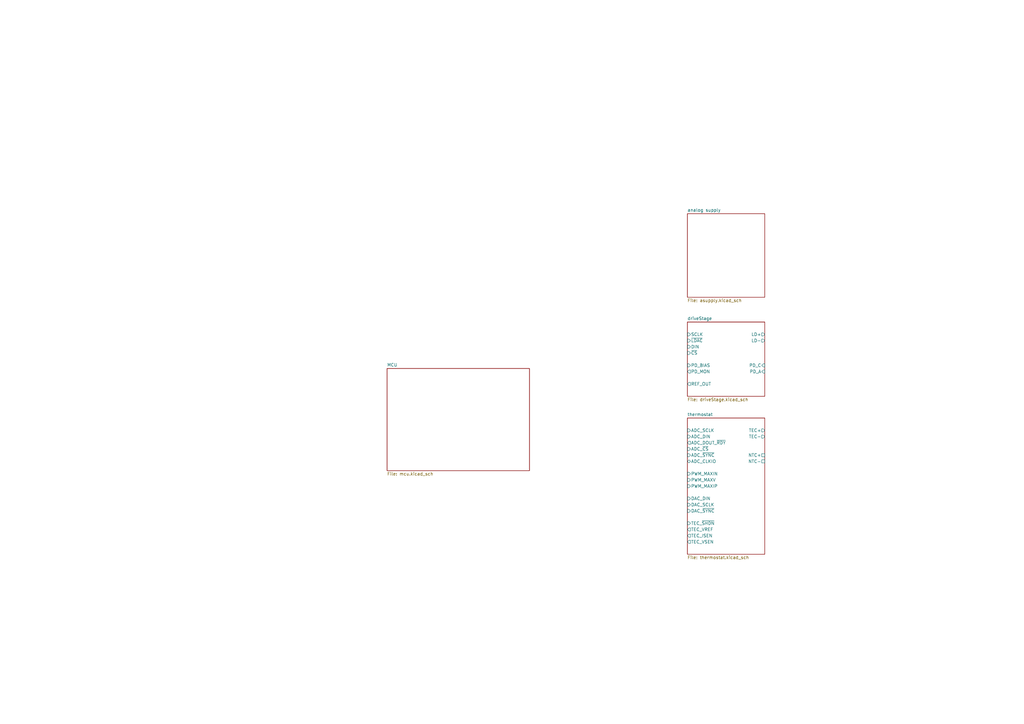
<source format=kicad_sch>
(kicad_sch (version 20211123) (generator eeschema)
  (paper "A3")
  (lib_symbols)
  (sheet (at 281.94 132.08) (size 31.75 30.48) (stroke (width 0.1524))
    (property "Sheet name" "driveStage" (at 281.94 131.3684 0) (effects (justify left bottom)))
    (property "Sheet file" "driveStage.kicad_sch" (at 281.94 163.1446 0) (effects (justify left top)))
    (pin "LD-" output (at 313.69 139.7 0))
    (pin "LD+" output (at 313.69 137.16 0))
    (pin "REF_OUT" output (at 281.94 157.48 180))
    (pin "SCLK" input (at 281.94 137.16 180))
    (pin "DIN" input (at 281.94 142.24 180))
    (pin "~{LDAC}" input (at 281.94 139.7 180))
    (pin "~{CS}" input (at 281.94 144.78 180))
    (pin "PD_A" input (at 313.69 152.4 0))
    (pin "PD_C" input (at 313.69 149.86 0))
    (pin "PD_BIAS" input (at 281.94 149.86 180))
    (pin "PD_MON" output (at 281.94 152.4 180))
  )
  (sheet (at 281.94 171.45) (size 31.75 55.88) (stroke (width 0.1524))
    (property "Sheet name" "thermostat" (at 281.94 170.7384 0) (effects (justify left bottom)))
    (property "Sheet file" "thermostat.kicad_sch" (at 281.94 227.9146 0) (effects (justify left top)))
    (pin "TEC-" output (at 313.69 179.07 0))
    (pin "TEC+" output (at 313.69 176.53 0))
    (pin "NTC-" passive (at 313.69 189.23 0))
    (pin "NTC+" passive (at 313.69 186.69 0))
    (pin "DAC_~{SYNC}" input (at 281.94 209.55 180))
    (pin "DAC_SCLK" input (at 281.94 207.01 180))
    (pin "DAC_DIN" input (at 281.94 204.47 180))
    (pin "PWM_MAXV" input (at 281.94 196.85 180))
    (pin "ADC_SCLK" input (at 281.94 176.53 180))
    (pin "ADC_DIN" input (at 281.94 179.07 180))
    (pin "ADC_DOUT_~{RDY}" output (at 281.94 181.61 180))
    (pin "ADC_~{CS}" input (at 281.94 184.15 180))
    (pin "ADC_~{SYNC}" input (at 281.94 186.69 180))
    (pin "ADC_CLKIO" bidirectional (at 281.94 189.23 180))
    (pin "PWM_MAXIN" input (at 281.94 194.31 180))
    (pin "PWM_MAXIP" input (at 281.94 199.39 180))
    (pin "TEC_~{SHDN}" input (at 281.94 214.63 180))
    (pin "TEC_ISEN" output (at 281.94 219.71 180))
    (pin "TEC_VREF" output (at 281.94 217.17 180))
    (pin "TEC_VSEN" output (at 281.94 222.25 180))
  )
  (sheet (at 281.94 87.63) (size 31.75 34.29) (stroke (width 0.1524))
    (property "Sheet name" "analog supply" (at 281.94 86.9184 0) (effects (justify left bottom)))
    (property "Sheet file" "asupply.kicad_sch" (at 281.94 122.5046 0) (effects (justify left top)))
  )
  (sheet (at 158.75 151.13) (size 58.42 41.91) (stroke (width 0.1524))
    (property "Sheet name" "MCU" (at 158.75 150.4184 0) (effects (justify left bottom)))
    (property "Sheet file" "mcu.kicad_sch" (at 158.75 193.6246 0) (effects (justify left top)))
  )
)
</source>
